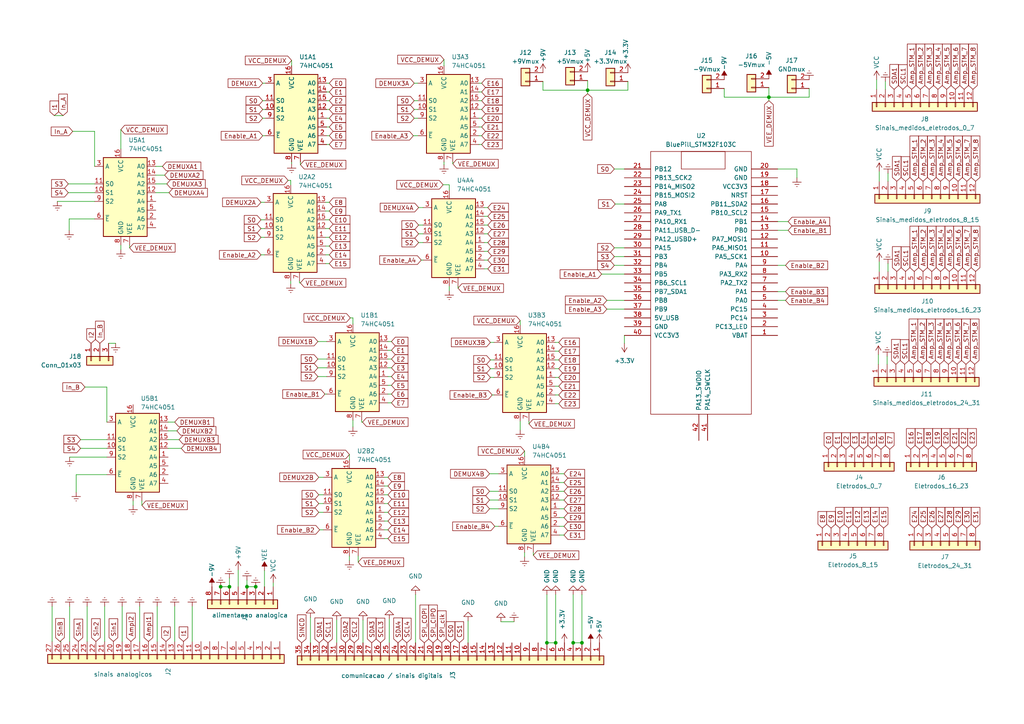
<source format=kicad_sch>
(kicad_sch (version 20230121) (generator eeschema)
  (paper "A4")
  (title_block (title "Barramento V04") (date "2024-02-05") (rev "v04") (company "EITduino") (comment 1 "Autor: Gustavo Pinheiro") (comment 2 "Barramento proposto para uma placa 90x100 mm") (comment 3 "Placa face dupla") (comment 4 "Pinos AGND e DGND") (comment 5 "capacitor 100nF ceramico") (comment 6 "capacitores uF tantalo"))
  (junction (at 66.5468 170.18))
  (junction (at 64.0068 170.18))
  (junction (at 170.434 26.162))
  (junction (at 74.1668 170.18))
  (junction (at 158.623 186.436))
  (junction (at 166.243 186.436))
  (junction (at 168.783 186.436))
  (junction (at 161.163 186.436))
  (junction (at 223.012 28.194))
  (junction (at 71.6268 170.18))
  (wire (pts (xy 141.478 70.358) (xy 140.462 70.358)))
  (wire (pts (xy 141.986 145.034) (xy 144.526 145.034)))
  (wire (pts (xy 113.538 116.84) (xy 112.522 116.84)))
  (wire (pts (xy 64.0068 170.18) (xy 66.5468 170.18)))
  (wire (pts (xy 163.576 155.194) (xy 162.306 155.194)))
  (wire (pts (xy 257.556 76.454) (xy 257.556 78.74)))
  (wire (pts (xy 35.052 37.592) (xy 35.052 43.18)))
  (wire (pts (xy 178.181 74.422) (xy 181.102 74.422)))
  (wire (pts (xy 163.576 145.034) (xy 162.306 145.034)))
  (wire (pts (xy 15.113 175.895) (xy 15.113 186.055)))
  (wire (pts (xy 150.876 92.964) (xy 150.876 94.234)))
  (wire (pts (xy 121.412 70.358) (xy 122.682 70.358)))
  (wire (pts (xy 231.14 51.562) (xy 231.14 49.022)))
  (wire (pts (xy 87.122 47.752) (xy 87.122 46.99)))
  (wire (pts (xy 102.362 92.202) (xy 101.6 92.202)))
  (wire (pts (xy 113.538 101.6) (xy 112.522 101.6)))
  (wire (pts (xy 120.142 34.29) (xy 121.158 34.29)))
  (wire (pts (xy 23.368 127.508) (xy 30.988 127.508)))
  (wire (pts (xy 255.016 75.946) (xy 255.016 78.74)))
  (wire (pts (xy 152.146 161.544) (xy 152.146 160.274)))
  (wire (pts (xy 76.2 34.29) (xy 76.962 34.29)))
  (wire (pts (xy 154.686 161.036) (xy 154.686 160.274)))
  (wire (pts (xy 145.288 180.34) (xy 149.098 180.34)))
  (wire (pts (xy 95.504 66.294) (xy 94.488 66.294)))
  (wire (pts (xy 113.538 104.14) (xy 112.522 104.14)))
  (wire (pts (xy 92.456 148.59) (xy 93.726 148.59)))
  (wire (pts (xy 112.522 156.21) (xy 111.506 156.21)))
  (wire (pts (xy 21.082 38.1) (xy 27.432 38.1)))
  (wire (pts (xy 141.478 65.278) (xy 140.462 65.278)))
  (wire (pts (xy 170.434 26.162) (xy 170.434 27.178)))
  (wire (pts (xy 162.052 114.554) (xy 161.036 114.554)))
  (wire (pts (xy 50.673 122.428) (xy 48.768 122.428)))
  (wire (pts (xy 128.778 47.752) (xy 128.778 46.99)))
  (wire (pts (xy 76.2 24.13) (xy 76.962 24.13)))
  (wire (pts (xy 69.0868 165.354) (xy 69.0868 170.18)))
  (wire (pts (xy 25.273 175.895) (xy 25.273 186.055)))
  (wire (pts (xy 158.623 172.466) (xy 158.623 186.436)))
  (wire (pts (xy 163.576 152.654) (xy 162.306 152.654)))
  (wire (pts (xy 35.052 72.39) (xy 35.052 71.12)))
  (wire (pts (xy 141.478 77.978) (xy 140.462 77.978)))
  (wire (pts (xy 162.052 112.014) (xy 161.036 112.014)))
  (wire (pts (xy 75.692 73.914) (xy 76.708 73.914)))
  (wire (pts (xy 141.478 75.438) (xy 140.462 75.438)))
  (wire (pts (xy 119.888 39.37) (xy 121.158 39.37)))
  (wire (pts (xy 95.504 41.91) (xy 94.742 41.91)))
  (wire (pts (xy 122.174 75.438) (xy 122.682 75.438)))
  (wire (pts (xy 20.066 63.5) (xy 27.432 63.5)))
  (wire (pts (xy 97.663 179.832) (xy 97.663 186.436)))
  (wire (pts (xy 227.838 76.962) (xy 225.552 76.962)))
  (wire (pts (xy 142.24 104.394) (xy 143.256 104.394)))
  (wire (pts (xy 162.052 99.314) (xy 161.036 99.314)))
  (wire (pts (xy 182.118 23.622) (xy 182.118 26.162)))
  (wire (pts (xy 113.538 109.22) (xy 112.522 109.22)))
  (wire (pts (xy 15.748 33.528) (xy 18.288 33.528)))
  (wire (pts (xy 141.478 60.198) (xy 140.462 60.198)))
  (wire (pts (xy 157.48 26.162) (xy 170.434 26.162)))
  (wire (pts (xy 111.506 148.59) (xy 112.522 148.59)))
  (wire (pts (xy 161.163 172.466) (xy 161.163 186.436)))
  (wire (pts (xy 130.302 55.118) (xy 130.302 53.594)))
  (wire (pts (xy 84.582 17.526) (xy 84.582 19.05)))
  (wire (pts (xy 71.6251 169.5) (xy 71.6268 169.5)))
  (wire (pts (xy 256.794 23.622) (xy 256.794 25.908)))
  (wire (pts (xy 20.193 175.895) (xy 20.193 186.055)))
  (wire (pts (xy 23.368 130.048) (xy 30.988 130.048)))
  (wire (pts (xy 223.012 28.194) (xy 223.012 29.21)))
  (wire (pts (xy 143.51 152.654) (xy 144.526 152.654)))
  (wire (pts (xy 95.504 76.454) (xy 94.488 76.454)))
  (wire (pts (xy 163.576 142.494) (xy 162.306 142.494)))
  (wire (pts (xy 138.938 26.67) (xy 139.7 26.67)))
  (wire (pts (xy 162.052 104.394) (xy 161.036 104.394)))
  (wire (pts (xy 228.6 64.262) (xy 225.552 64.262)))
  (wire (pts (xy 103.886 163.068) (xy 103.886 161.29)))
  (wire (pts (xy 50.673 175.895) (xy 50.673 186.055)))
  (wire (pts (xy 95.504 34.29) (xy 94.742 34.29)))
  (wire (pts (xy 16.637 58.42) (xy 27.432 58.42)))
  (wire (pts (xy 174.498 79.502) (xy 181.102 79.502)))
  (wire (pts (xy 84.328 52.324) (xy 83.566 52.324)))
  (wire (pts (xy 52.578 130.048) (xy 48.768 130.048)))
  (wire (pts (xy 92.456 143.51) (xy 93.726 143.51)))
  (wire (pts (xy 121.412 67.818) (xy 122.682 67.818)))
  (wire (pts (xy 92.202 106.68) (xy 94.742 106.68)))
  (wire (pts (xy 22.098 142.748) (xy 22.098 137.668)))
  (wire (pts (xy 71.6251 168.2886) (xy 71.6251 169.5)))
  (wire (pts (xy 162.052 117.094) (xy 161.036 117.094)))
  (wire (pts (xy 76.2 39.37) (xy 76.962 39.37)))
  (wire (pts (xy 141.478 67.818) (xy 140.462 67.818)))
  (wire (pts (xy 102.362 123.825) (xy 102.362 121.92)))
  (wire (pts (xy 95.504 73.914) (xy 94.488 73.914)))
  (wire (pts (xy 138.938 34.29) (xy 139.7 34.29)))
  (wire (pts (xy 112.522 138.43) (xy 111.506 138.43)))
  (wire (pts (xy 121.412 65.278) (xy 122.682 65.278)))
  (wire (pts (xy 223.012 28.194) (xy 223.012 25.4)))
  (wire (pts (xy 153.416 122.936) (xy 153.416 122.174)))
  (wire (pts (xy 92.71 153.67) (xy 93.726 153.67)))
  (wire (pts (xy 178.181 76.962) (xy 181.102 76.962)))
  (wire (pts (xy 66.5468 167.64) (xy 66.5468 170.18)))
  (wire (pts (xy 95.504 26.67) (xy 94.742 26.67)))
  (wire (pts (xy 20.193 132.588) (xy 30.988 132.588)))
  (wire (pts (xy 150.876 124.714) (xy 150.876 122.174)))
  (wire (pts (xy 101.346 162.56) (xy 101.346 161.29)))
  (wire (pts (xy 130.302 53.594) (xy 128.524 53.594)))
  (wire (pts (xy 105.156 122.428) (xy 104.902 122.428)))
  (wire (pts (xy 95.504 24.13) (xy 94.742 24.13)))
  (wire (pts (xy 131.318 47.498) (xy 131.318 46.99)))
  (wire (pts (xy 84.582 47.498) (xy 84.582 46.99)))
  (wire (pts (xy 120.142 29.21) (xy 121.158 29.21)))
  (wire (pts (xy 254.254 23.114) (xy 254.254 25.908)))
  (wire (pts (xy 138.938 29.21) (xy 139.7 29.21)))
  (wire (pts (xy 176.022 89.662) (xy 181.102 89.662)))
  (wire (pts (xy 49.022 55.88) (xy 45.212 55.88)))
  (wire (pts (xy 47.117 48.26) (xy 45.212 48.26)))
  (wire (pts (xy 19.812 53.34) (xy 27.432 53.34)))
  (wire (pts (xy 163.576 139.954) (xy 162.306 139.954)))
  (wire (pts (xy 157.48 26.162) (xy 157.48 23.622)))
  (wire (pts (xy 141.478 72.898) (xy 140.462 72.898)))
  (wire (pts (xy 104.902 122.428) (xy 104.902 121.92)))
  (wire (pts (xy 135.763 180.086) (xy 135.763 186.436)))
  (wire (pts (xy 142.24 106.934) (xy 143.256 106.934)))
  (wire (pts (xy 51.308 124.968) (xy 48.768 124.968)))
  (wire (pts (xy 41.148 146.558) (xy 41.148 145.288)))
  (wire (pts (xy 55.753 175.895) (xy 55.753 186.055)))
  (wire (pts (xy 132.842 83.566) (xy 132.842 83.058)))
  (wire (pts (xy 37.592 71.882) (xy 37.592 71.12)))
  (wire (pts (xy 112.522 146.05) (xy 111.506 146.05)))
  (wire (pts (xy 92.202 104.14) (xy 94.742 104.14)))
  (wire (pts (xy 76.707 165.4969) (xy 76.707 170.18)))
  (wire (pts (xy 141.478 62.738) (xy 140.462 62.738)))
  (wire (pts (xy 112.522 153.67) (xy 111.506 153.67)))
  (wire (pts (xy 101.346 131.826) (xy 101.346 133.35)))
  (wire (pts (xy 210.058 28.194) (xy 223.012 28.194)))
  (wire (pts (xy 76.2 29.21) (xy 76.962 29.21)))
  (wire (pts (xy 92.202 109.22) (xy 94.742 109.22)))
  (wire (pts (xy 95.504 36.83) (xy 94.742 36.83)))
  (wire (pts (xy 141.986 137.414) (xy 144.526 137.414)))
  (wire (pts (xy 121.412 60.198) (xy 122.682 60.198)))
  (wire (pts (xy 84.328 53.594) (xy 84.328 52.324)))
  (wire (pts (xy 223.012 28.194) (xy 234.696 28.194)))
  (wire (pts (xy 112.522 140.97) (xy 111.506 140.97)))
  (wire (pts (xy 76.707 170.18) (xy 76.7068 170.18)))
  (wire (pts (xy 27.432 38.1) (xy 27.432 48.26)))
  (wire (pts (xy 166.243 186.436) (xy 168.783 186.436)))
  (wire (pts (xy 71.6268 169.5) (xy 71.6268 170.18)))
  (wire (pts (xy 120.142 31.75) (xy 121.158 31.75)))
  (wire (pts (xy 94.234 114.3) (xy 94.742 114.3)))
  (wire (pts (xy 76.2 31.75) (xy 76.962 31.75)))
  (wire (pts (xy 141.986 142.494) (xy 144.526 142.494)))
  (wire (pts (xy 170.434 26.162) (xy 170.434 23.368)))
  (wire (pts (xy 75.692 66.294) (xy 76.708 66.294)))
  (wire (pts (xy 95.504 29.21) (xy 94.742 29.21)))
  (wire (pts (xy 35.433 175.895) (xy 35.433 186.055)))
  (wire (pts (xy 95.504 61.214) (xy 94.488 61.214)))
  (wire (pts (xy 75.692 58.674) (xy 76.708 58.674)))
  (wire (pts (xy 19.812 55.88) (xy 27.432 55.88)))
  (wire (pts (xy 162.052 109.474) (xy 161.036 109.474)))
  (wire (pts (xy 30.988 112.268) (xy 30.988 122.428)))
  (wire (pts (xy 162.052 106.934) (xy 161.036 106.934)))
  (wire (pts (xy 128.778 17.272) (xy 128.778 19.05)))
  (wire (pts (xy 142.24 99.314) (xy 143.256 99.314)))
  (wire (pts (xy 130.302 84.328) (xy 130.302 83.058)))
  (wire (pts (xy 166.243 172.466) (xy 166.243 186.436)))
  (wire (pts (xy 105.283 179.832) (xy 105.283 186.436)))
  (wire (pts (xy 113.538 114.3) (xy 112.522 114.3)))
  (wire (pts (xy 120.142 24.13) (xy 121.158 24.13)))
  (wire (pts (xy 75.692 68.834) (xy 76.708 68.834)))
  (wire (pts (xy 227.838 87.122) (xy 225.552 87.122)))
  (wire (pts (xy 112.522 151.13) (xy 111.506 151.13)))
  (wire (pts (xy 33.528 99.568) (xy 31.496 99.568)))
  (wire (pts (xy 138.938 24.13) (xy 139.7 24.13)))
  (wire (pts (xy 178.181 71.882) (xy 181.102 71.882)))
  (wire (pts (xy 163.576 150.114) (xy 162.306 150.114)))
  (wire (pts (xy 38.608 146.558) (xy 38.608 145.288)))
  (wire (pts (xy 79.248 169.073) (xy 79.248 170.18)))
  (wire (pts (xy 231.14 49.022) (xy 225.552 49.022)))
  (wire (pts (xy 113.538 111.76) (xy 112.522 111.76)))
  (wire (pts (xy 168.783 172.466) (xy 168.783 186.436)))
  (wire (pts (xy 79.2468 170.18) (xy 79.248 170.18)))
  (wire (pts (xy 178.181 49.022) (xy 181.102 49.022)))
  (wire (pts (xy 254.762 102.87) (xy 254.762 105.664)))
  (wire (pts (xy 162.052 101.854) (xy 161.036 101.854)))
  (wire (pts (xy 95.504 71.374) (xy 94.488 71.374)))
  (wire (pts (xy 92.456 146.05) (xy 93.726 146.05)))
  (wire (pts (xy 158.623 186.436) (xy 161.163 186.436)))
  (wire (pts (xy 17.653 186.055) (xy 17.399 186.055)))
  (wire (pts (xy 92.202 99.06) (xy 94.742 99.06)))
  (wire (pts (xy 87.122 82.042) (xy 86.868 82.042)))
  (wire (pts (xy 95.504 68.834) (xy 94.488 68.834)))
  (wire (pts (xy 24.638 112.268) (xy 30.988 112.268)))
  (wire (pts (xy 51.943 127.508) (xy 48.768 127.508)))
  (wire (pts (xy 152.146 130.81) (xy 152.146 132.334)))
  (wire (pts (xy 142.24 109.474) (xy 143.256 109.474)))
  (wire (pts (xy 112.522 143.51) (xy 111.506 143.51)))
  (wire (pts (xy 92.456 138.43) (xy 93.726 138.43)))
  (wire (pts (xy 48.387 53.34) (xy 45.212 53.34)))
  (wire (pts (xy 227.838 84.582) (xy 225.552 84.582)))
  (wire (pts (xy 22.098 137.668) (xy 30.988 137.668)))
  (wire (pts (xy 75.692 63.754) (xy 76.708 63.754)))
  (wire (pts (xy 138.938 36.83) (xy 139.7 36.83)))
  (wire (pts (xy 255.016 49.784) (xy 255.016 52.578)))
  (wire (pts (xy 95.504 31.75) (xy 94.742 31.75)))
  (wire (pts (xy 178.435 59.182) (xy 181.102 59.182)))
  (wire (pts (xy 141.986 147.574) (xy 144.526 147.574)))
  (wire (pts (xy 20.066 66.802) (xy 20.066 63.5)))
  (wire (pts (xy 210.058 28.194) (xy 210.058 25.654)))
  (wire (pts (xy 95.504 58.674) (xy 94.488 58.674)))
  (wire (pts (xy 47.752 50.8) (xy 45.212 50.8)))
  (wire (pts (xy 71.6268 170.18) (xy 74.1668 170.18)))
  (wire (pts (xy 257.556 50.292) (xy 257.556 52.578)))
  (wire (pts (xy 113.538 99.06) (xy 112.522 99.06)))
  (wire (pts (xy 86.868 82.042) (xy 86.868 81.534)))
  (wire (pts (xy 90.043 179.07) (xy 90.043 186.436)))
  (wire (pts (xy 138.938 41.91) (xy 139.7 41.91)))
  (wire (pts (xy 181.102 99.568) (xy 181.102 97.282)))
  (wire (pts (xy 234.696 25.654) (xy 234.696 28.194)))
  (wire (pts (xy 84.328 81.534) (xy 84.328 82.296)))
  (wire (pts (xy 95.504 63.754) (xy 94.488 63.754)))
  (wire (pts (xy 138.938 39.37) (xy 139.7 39.37)))
  (wire (pts (xy 113.538 106.68) (xy 112.522 106.68)))
  (wire (pts (xy 40.513 175.895) (xy 40.513 186.055)))
  (wire (pts (xy 112.903 179.578) (xy 112.903 186.436)))
  (wire (pts (xy 170.434 26.162) (xy 182.118 26.162)))
  (wire (pts (xy 95.504 39.37) (xy 94.742 39.37)))
  (wire (pts (xy 30.353 175.895) (xy 30.353 186.055)))
  (wire (pts (xy 163.576 137.414) (xy 162.306 137.414)))
  (wire (pts (xy 138.938 31.75) (xy 139.7 31.75)))
  (wire (pts (xy 120.523 172.466) (xy 120.523 186.436)))
  (wire (pts (xy 163.576 147.574) (xy 162.306 147.574)))
  (wire (pts (xy 142.748 114.554) (xy 143.256 114.554)))
  (wire (pts (xy 45.593 175.895) (xy 45.593 186.055)))
  (wire (pts (xy 257.302 103.378) (xy 257.302 105.664)))
  (wire (pts (xy 176.022 87.122) (xy 181.102 87.122)))
  (wire (pts (xy 102.362 93.98) (xy 102.362 92.202)))
  (wire (pts (xy 228.6 66.802) (xy 225.552 66.802)))
  (global_label "E10" (shape input) (at 95.504 63.754 0) (property "Intersheetrefs" "${INTERSHEET_REFS}" (effects hide)))
  (global_label "Amp_STM_5" (shape input) (at 275.082 105.664 90) (property "Intersheetrefs" "${INTERSHEET_REFS}" (effects hide)))
  (global_label "S0" (shape input) (at 120.142 29.21 180) (property "Intersheetrefs" "${INTERSHEET_REFS}" (effects hide)))
  (global_label "SCL1" (shape input) (at 262.382 105.664 90) (property "Intersheetrefs" "${INTERSHEET_REFS}" (effects hide)))
  (global_label "E8" (shape input) (at 238.506 153.162 90) (property "Intersheetrefs" "${INTERSHEET_REFS}" (effects hide)))
  (global_label "VEE_DEMUX" (shape input) (at 223.012 29.21 270) (property "Intersheetrefs" "${INTERSHEET_REFS}" (effects hide)))
  (global_label "E16" (shape input) (at 139.7 24.13 0) (property "Intersheetrefs" "${INTERSHEET_REFS}" (effects hide)))
  (global_label "S2" (shape input) (at 75.692 68.834 180) (property "Intersheetrefs" "${INTERSHEET_REFS}" (effects hide)))
  (global_label "Amp_STM_4" (shape input) (at 272.034 25.908 90) (property "Intersheetrefs" "${INTERSHEET_REFS}" (effects hide)))
  (global_label "E21" (shape input) (at 276.86 130.302 90) (property "Intersheetrefs" "${INTERSHEET_REFS}" (effects hide)))
  (global_label "Amp_STM_3" (shape input) (at 270.256 52.578 90) (property "Intersheetrefs" "${INTERSHEET_REFS}" (effects hide)))
  (global_label "S4" (shape input) (at 178.181 76.962 180) (property "Intersheetrefs" "${INTERSHEET_REFS}" (effects hide)))
  (global_label "SPI_clk" (shape input) (at 128.143 186.436 90) (property "Intersheetrefs" "${INTERSHEET_REFS}" (effects hide)))
  (global_label "E11" (shape input) (at 112.522 146.05 0) (property "Intersheetrefs" "${INTERSHEET_REFS}" (effects hide)))
  (global_label "I1" (shape input) (at 53.213 186.055 90) (property "Intersheetrefs" "${INTERSHEET_REFS}" (effects hide)))
  (global_label "E2" (shape input) (at 245.364 130.302 90) (property "Intersheetrefs" "${INTERSHEET_REFS}" (effects hide)))
  (global_label "Amp_STM_1" (shape input) (at 264.922 105.664 90) (property "Intersheetrefs" "${INTERSHEET_REFS}" (effects hide)))
  (global_label "E20" (shape input) (at 139.7 34.29 0) (property "Intersheetrefs" "${INTERSHEET_REFS}" (effects hide)))
  (global_label "VEE_DEMUX" (shape input) (at 131.318 47.498 0) (property "Intersheetrefs" "${INTERSHEET_REFS}" (effects hide)))
  (global_label "S4" (shape input) (at 19.812 55.88 180) (property "Intersheetrefs" "${INTERSHEET_REFS}" (effects hide)))
  (global_label "DEMUXA3" (shape input) (at 48.387 53.34 0) (property "Intersheetrefs" "${INTERSHEET_REFS}" (effects hide)))
  (global_label "E18" (shape input) (at 162.052 104.394 0) (property "Intersheetrefs" "${INTERSHEET_REFS}" (effects hide)))
  (global_label "Enable_A1" (shape input) (at 76.2 39.37 180) (property "Intersheetrefs" "${INTERSHEET_REFS}" (effects hide)))
  (global_label "S0" (shape input) (at 92.456 143.51 180) (property "Intersheetrefs" "${INTERSHEET_REFS}" (effects hide)))
  (global_label "E15" (shape input) (at 112.522 156.21 0) (property "Intersheetrefs" "${INTERSHEET_REFS}" (effects hide)))
  (global_label "E17" (shape input) (at 139.7 26.67 0) (property "Intersheetrefs" "${INTERSHEET_REFS}" (effects hide)))
  (global_label "SDA3" (shape input) (at 107.823 186.436 90) (property "Intersheetrefs" "${INTERSHEET_REFS}" (effects hide)))
  (global_label "E19" (shape input) (at 162.052 106.934 0) (property "Intersheetrefs" "${INTERSHEET_REFS}" (effects hide)))
  (global_label "DEMUX1B" (shape input) (at 92.202 99.06 180) (property "Intersheetrefs" "${INTERSHEET_REFS}" (effects hide)))
  (global_label "Amp_STM_5" (shape input) (at 274.574 25.908 90) (property "Intersheetrefs" "${INTERSHEET_REFS}" (effects hide)))
  (global_label "DEMUX4A" (shape input) (at 121.412 60.198 180) (property "Intersheetrefs" "${INTERSHEET_REFS}" (effects hide)))
  (global_label "CS1" (shape input) (at 133.223 186.436 90) (property "Intersheetrefs" "${INTERSHEET_REFS}" (effects hide)))
  (global_label "E31" (shape input) (at 282.956 153.162 90) (property "Intersheetrefs" "${INTERSHEET_REFS}" (effects hide)))
  (global_label "SDA2" (shape input) (at 100.203 186.436 90) (property "Intersheetrefs" "${INTERSHEET_REFS}" (effects hide)))
  (global_label "S1" (shape input) (at 121.412 67.818 180) (property "Intersheetrefs" "${INTERSHEET_REFS}" (effects hide)))
  (global_label "DEMUX4B" (shape input) (at 141.986 137.414 180) (property "Intersheetrefs" "${INTERSHEET_REFS}" (effects hide)))
  (global_label "E27" (shape input) (at 141.478 67.818 0) (property "Intersheetrefs" "${INTERSHEET_REFS}" (effects hide)))
  (global_label "E1" (shape input) (at 242.824 130.302 90) (property "Intersheetrefs" "${INTERSHEET_REFS}" (effects hide)))
  (global_label "E7" (shape input) (at 113.538 116.84 0) (property "Intersheetrefs" "${INTERSHEET_REFS}" (effects hide)))
  (global_label "DEMUXA1" (shape input) (at 47.117 48.26 0) (property "Intersheetrefs" "${INTERSHEET_REFS}" (effects hide)))
  (global_label "Amp_STM_5" (shape input) (at 275.336 52.578 90) (property "Intersheetrefs" "${INTERSHEET_REFS}" (effects hide)))
  (global_label "E1" (shape input) (at 95.504 26.67 0) (property "Intersheetrefs" "${INTERSHEET_REFS}" (effects hide)))
  (global_label "DEMUXB2" (shape input) (at 51.308 124.968 0) (property "Intersheetrefs" "${INTERSHEET_REFS}" (effects hide)))
  (global_label "Ampl1" (shape input) (at 43.053 186.055 90) (property "Intersheetrefs" "${INTERSHEET_REFS}" (effects hide)))
  (global_label "E9" (shape input) (at 241.046 153.162 90) (property "Intersheetrefs" "${INTERSHEET_REFS}" (effects hide)))
  (global_label "S1" (shape input) (at 76.2 31.75 180) (property "Intersheetrefs" "${INTERSHEET_REFS}" (effects hide)))
  (global_label "SDA1" (shape input) (at 92.583 186.436 90) (property "Intersheetrefs" "${INTERSHEET_REFS}" (effects hide)))
  (global_label "S1" (shape input) (at 75.692 66.294 180) (property "Intersheetrefs" "${INTERSHEET_REFS}" (effects hide)))
  (global_label "VCC_DEMUX" (shape input) (at 170.434 27.178 270) (property "Intersheetrefs" "${INTERSHEET_REFS}" (effects hide)))
  (global_label "Enable_B2" (shape input) (at 92.71 153.67 180) (property "Intersheetrefs" "${INTERSHEET_REFS}" (effects hide)))
  (global_label "VCC_DEMUX" (shape input) (at 101.6 92.202 180) (property "Intersheetrefs" "${INTERSHEET_REFS}" (effects hide)))
  (global_label "SDA1" (shape input) (at 260.096 52.578 90) (property "Intersheetrefs" "${INTERSHEET_REFS}" (effects hide)))
  (global_label "Amp_STM_7" (shape input) (at 279.654 25.908 90) (property "Intersheetrefs" "${INTERSHEET_REFS}" (effects hide)))
  (global_label "E21" (shape input) (at 139.7 36.83 0) (property "Intersheetrefs" "${INTERSHEET_REFS}" (effects hide)))
  (global_label "S0" (shape input) (at 75.692 63.754 180) (property "Intersheetrefs" "${INTERSHEET_REFS}" (effects hide)))
  (global_label "DEMUXB1" (shape input) (at 50.673 122.428 0) (property "Intersheetrefs" "${INTERSHEET_REFS}" (effects hide)))
  (global_label "S0" (shape input) (at 76.2 29.21 180) (property "Intersheetrefs" "${INTERSHEET_REFS}" (effects hide)))
  (global_label "VCC_DEMUX" (shape input) (at 83.566 52.324 180) (property "Intersheetrefs" "${INTERSHEET_REFS}" (effects hide)))
  (global_label "S2" (shape input) (at 76.2 34.29 180) (property "Intersheetrefs" "${INTERSHEET_REFS}" (effects hide)))
  (global_label "E0" (shape input) (at 95.504 24.13 0) (property "Intersheetrefs" "${INTERSHEET_REFS}" (effects hide)))
  (global_label "S3" (shape input) (at 178.181 74.422 180) (property "Intersheetrefs" "${INTERSHEET_REFS}" (effects hide)))
  (global_label "E2" (shape input) (at 113.538 104.14 0) (property "Intersheetrefs" "${INTERSHEET_REFS}" (effects hide)))
  (global_label "E15" (shape input) (at 95.504 76.454 0) (property "Intersheetrefs" "${INTERSHEET_REFS}" (effects hide)))
  (global_label "VCC_DEMUX" (shape input) (at 152.146 130.81 180) (property "Intersheetrefs" "${INTERSHEET_REFS}" (effects hide)))
  (global_label "E11" (shape input) (at 95.504 66.294 0) (property "Intersheetrefs" "${INTERSHEET_REFS}" (effects hide)))
  (global_label "VCC_DEMUX" (shape input) (at 150.876 92.964 180) (property "Intersheetrefs" "${INTERSHEET_REFS}" (effects hide)))
  (global_label "E13" (shape input) (at 112.522 151.13 0) (property "Intersheetrefs" "${INTERSHEET_REFS}" (effects hide)))
  (global_label "SCL1" (shape input) (at 261.874 25.908 90) (property "Intersheetrefs" "${INTERSHEET_REFS}" (effects hide)))
  (global_label "E4" (shape input) (at 95.504 34.29 0) (property "Intersheetrefs" "${INTERSHEET_REFS}" (effects hide)))
  (global_label "DEMUXA2" (shape input) (at 47.752 50.8 0) (property "Intersheetrefs" "${INTERSHEET_REFS}" (effects hide)))
  (global_label "E7" (shape input) (at 258.064 130.302 90) (property "Intersheetrefs" "${INTERSHEET_REFS}" (effects hide)))
  (global_label "S0" (shape input) (at 92.202 104.14 180) (property "Intersheetrefs" "${INTERSHEET_REFS}" (effects hide)))
  (global_label "Amp_STM_2" (shape input) (at 266.954 25.908 90) (property "Intersheetrefs" "${INTERSHEET_REFS}" (effects hide)))
  (global_label "Amp_STM_1" (shape input) (at 265.176 52.578 90) (property "Intersheetrefs" "${INTERSHEET_REFS}" (effects hide)))
  (global_label "E4" (shape input) (at 250.444 130.302 90) (property "Intersheetrefs" "${INTERSHEET_REFS}" (effects hide)))
  (global_label "E6" (shape input) (at 95.504 39.37 0) (property "Intersheetrefs" "${INTERSHEET_REFS}" (effects hide)))
  (global_label "E25" (shape input) (at 163.576 139.954 0) (property "Intersheetrefs" "${INTERSHEET_REFS}" (effects hide)))
  (global_label "E5" (shape input) (at 113.538 111.76 0) (property "Intersheetrefs" "${INTERSHEET_REFS}" (effects hide)))
  (global_label "E24" (shape input) (at 141.478 60.198 0) (property "Intersheetrefs" "${INTERSHEET_REFS}" (effects hide)))
  (global_label "E5" (shape input) (at 252.984 130.302 90) (property "Intersheetrefs" "${INTERSHEET_REFS}" (effects hide)))
  (global_label "E19" (shape input) (at 271.78 130.302 90) (property "Intersheetrefs" "${INTERSHEET_REFS}" (effects hide)))
  (global_label "E29" (shape input) (at 141.478 72.898 0) (property "Intersheetrefs" "${INTERSHEET_REFS}" (effects hide)))
  (global_label "Ampl2" (shape input) (at 37.973 186.055 90) (property "Intersheetrefs" "${INTERSHEET_REFS}" (effects hide)))
  (global_label "In_A" (shape input) (at 21.082 38.1 180) (property "Intersheetrefs" "${INTERSHEET_REFS}" (effects hide)))
  (global_label "Enable_A4" (shape input) (at 228.6 64.262 0) (property "Intersheetrefs" "${INTERSHEET_REFS}" (effects hide)))
  (global_label "Amp_STM_3" (shape input) (at 270.002 105.664 90) (property "Intersheetrefs" "${INTERSHEET_REFS}" (effects hide)))
  (global_label "Amp_STM_8" (shape input) (at 282.194 25.908 90) (property "Intersheetrefs" "${INTERSHEET_REFS}" (effects hide)))
  (global_label "S1" (shape input) (at 92.456 146.05 180) (property "Intersheetrefs" "${INTERSHEET_REFS}" (effects hide)))
  (global_label "VEE_DEMUX" (shape input) (at 87.122 47.752 0) (property "Intersheetrefs" "${INTERSHEET_REFS}" (effects hide)))
  (global_label "E21" (shape input) (at 162.052 112.014 0) (property "Intersheetrefs" "${INTERSHEET_REFS}" (effects hide)))
  (global_label "E17" (shape input) (at 266.7 130.302 90) (property "Intersheetrefs" "${INTERSHEET_REFS}" (effects hide)))
  (global_label "S2" (shape input) (at 121.412 70.358 180) (property "Intersheetrefs" "${INTERSHEET_REFS}" (effects hide)))
  (global_label "SCL1" (shape input) (at 262.636 52.578 90) (property "Intersheetrefs" "${INTERSHEET_REFS}" (effects hide)))
  (global_label "E22" (shape input) (at 279.4 130.302 90) (property "Intersheetrefs" "${INTERSHEET_REFS}" (effects hide)))
  (global_label "DEMUXA4" (shape input) (at 49.022 55.88 0) (property "Intersheetrefs" "${INTERSHEET_REFS}" (effects hide)))
  (global_label "Enable_A3" (shape input) (at 176.022 89.662 180) (property "Intersheetrefs" "${INTERSHEET_REFS}" (effects hide)))
  (global_label "VCC_DEMUX" (shape input) (at 84.582 17.526 180) (property "Intersheetrefs" "${INTERSHEET_REFS}" (effects hide)))
  (global_label "E25" (shape input) (at 267.716 153.162 90) (property "Intersheetrefs" "${INTERSHEET_REFS}" (effects hide)))
  (global_label "E17" (shape input) (at 162.052 101.854 0) (property "Intersheetrefs" "${INTERSHEET_REFS}" (effects hide)))
  (global_label "E29" (shape input) (at 277.876 153.162 90) (property "Intersheetrefs" "${INTERSHEET_REFS}" (effects hide)))
  (global_label "S1" (shape input) (at 141.986 145.034 180) (property "Intersheetrefs" "${INTERSHEET_REFS}" (effects hide)))
  (global_label "E3" (shape input) (at 247.904 130.302 90) (property "Intersheetrefs" "${INTERSHEET_REFS}" (effects hide)))
  (global_label "SCL1" (shape input) (at 262.636 78.74 90) (property "Intersheetrefs" "${INTERSHEET_REFS}" (effects hide)))
  (global_label "Enable_A2" (shape input) (at 176.022 87.122 180) (property "Intersheetrefs" "${INTERSHEET_REFS}" (effects hide)))
  (global_label "E14" (shape input) (at 112.522 153.67 0) (property "Intersheetrefs" "${INTERSHEET_REFS}" (effects hide)))
  (global_label "E27" (shape input) (at 163.576 145.034 0) (property "Intersheetrefs" "${INTERSHEET_REFS}" (effects hide)))
  (global_label "SCL2" (shape input) (at 102.743 186.436 90) (property "Intersheetrefs" "${INTERSHEET_REFS}" (effects hide)))
  (global_label "E26" (shape input) (at 163.576 142.494 0) (property "Intersheetrefs" "${INTERSHEET_REFS}" (effects hide)))
  (global_label "E7" (shape input) (at 95.504 41.91 0) (property "Intersheetrefs" "${INTERSHEET_REFS}" (effects hide)))
  (global_label "E14" (shape input) (at 253.746 153.162 90) (property "Intersheetrefs" "${INTERSHEET_REFS}" (effects hide)))
  (global_label "SCL3" (shape input) (at 110.363 186.436 90) (property "Intersheetrefs" "${INTERSHEET_REFS}" (effects hide)))
  (global_label "E18" (shape input) (at 139.7 29.21 0) (property "Intersheetrefs" "${INTERSHEET_REFS}" (effects hide)))
  (global_label "E24" (shape input) (at 265.176 153.162 90) (property "Intersheetrefs" "${INTERSHEET_REFS}" (effects hide)))
  (global_label "Sin2" (shape input) (at 27.813 186.055 90) (property "Intersheetrefs" "${INTERSHEET_REFS}" (effects hide)))
  (global_label "S1" (shape input) (at 120.142 31.75 180) (property "Intersheetrefs" "${INTERSHEET_REFS}" (effects hide)))
  (global_label "VEE_DEMUX" (shape input) (at 103.886 163.068 0) (property "Intersheetrefs" "${INTERSHEET_REFS}" (effects hide)))
  (global_label "DEMUXB3" (shape input) (at 51.943 127.508 0) (property "Intersheetrefs" "${INTERSHEET_REFS}" (effects hide)))
  (global_label "E10" (shape input) (at 243.586 153.162 90) (property "Intersheetrefs" "${INTERSHEET_REFS}" (effects hide)))
  (global_label "E2" (shape input) (at 95.504 29.21 0) (property "Intersheetrefs" "${INTERSHEET_REFS}" (effects hide)))
  (global_label "S0" (shape input) (at 121.412 65.278 180) (property "Intersheetrefs" "${INTERSHEET_REFS}" (effects hide)))
  (global_label "E23" (shape input) (at 162.052 117.094 0) (property "Intersheetrefs" "${INTERSHEET_REFS}" (effects hide)))
  (global_label "Amp_STM_6" (shape input) (at 277.114 25.908 90) (property "Intersheetrefs" "${INTERSHEET_REFS}" (effects hide)))
  (global_label "DEMUX1" (shape input) (at 76.2 24.13 180) (property "Intersheetrefs" "${INTERSHEET_REFS}" (effects hide)))
  (global_label "SCL4" (shape input) (at 117.983 186.436 90) (property "Intersheetrefs" "${INTERSHEET_REFS}" (effects hide)))
  (global_label "E12" (shape input) (at 248.666 153.162 90) (property "Intersheetrefs" "${INTERSHEET_REFS}" (effects hide)))
  (global_label "E16" (shape input) (at 162.052 99.314 0) (property "Intersheetrefs" "${INTERSHEET_REFS}" (effects hide)))
  (global_label "E24" (shape input) (at 163.576 137.414 0) (property "Intersheetrefs" "${INTERSHEET_REFS}" (effects hide)))
  (global_label "SPI_CIPO" (shape input) (at 125.603 186.436 90) (property "Intersheetrefs" "${INTERSHEET_REFS}" (effects hide)))
  (global_label "DEMUX2B" (shape input) (at 92.456 138.43 180) (property "Intersheetrefs" "${INTERSHEET_REFS}" (effects hide)))
  (global_label "E20" (shape input) (at 274.32 130.302 90) (property "Intersheetrefs" "${INTERSHEET_REFS}" (effects hide)))
  (global_label "VEE_DEMUX" (shape input) (at 132.842 83.566 0) (property "Intersheetrefs" "${INTERSHEET_REFS}" (effects hide)))
  (global_label "E12" (shape input) (at 112.522 148.59 0) (property "Intersheetrefs" "${INTERSHEET_REFS}" (effects hide)))
  (global_label "SinA" (shape input) (at 22.733 186.055 90) (property "Intersheetrefs" "${INTERSHEET_REFS}" (effects hide)))
  (global_label "Enable_A2" (shape input) (at 75.692 73.914 180) (property "Intersheetrefs" "${INTERSHEET_REFS}" (effects hide)))
  (global_label "E28" (shape input) (at 141.478 70.358 0) (property "Intersheetrefs" "${INTERSHEET_REFS}" (effects hide)))
  (global_label "VEE_DEMUX" (shape input) (at 87.122 82.042 0) (property "Intersheetrefs" "${INTERSHEET_REFS}" (effects hide)))
  (global_label "Amp_STM_7" (shape input) (at 280.162 105.664 90) (property "Intersheetrefs" "${INTERSHEET_REFS}" (effects hide)))
  (global_label "SINCD" (shape input) (at 87.503 186.436 90) (property "Intersheetrefs" "${INTERSHEET_REFS}" (effects hide)))
  (global_label "E30" (shape input) (at 163.576 152.654 0) (property "Intersheetrefs" "${INTERSHEET_REFS}" (effects hide)))
  (global_label "Amp_STM_4" (shape input) (at 272.796 78.74 90) (property "Intersheetrefs" "${INTERSHEET_REFS}" (effects hide)))
  (global_label "E0" (shape input) (at 240.284 130.302 90) (property "Intersheetrefs" "${INTERSHEET_REFS}" (effects hide)))
  (global_label "E22" (shape input) (at 162.052 114.554 0) (property "Intersheetrefs" "${INTERSHEET_REFS}" (effects hide)))
  (global_label "E15" (shape input) (at 256.286 153.162 90) (property "Intersheetrefs" "${INTERSHEET_REFS}" (effects hide)))
  (global_label "I2" (shape input) (at 26.416 99.568 90) (property "Intersheetrefs" "${INTERSHEET_REFS}" (effects hide)))
  (global_label "S0" (shape input) (at 141.986 142.494 180) (property "Intersheetrefs" "${INTERSHEET_REFS}" (effects hide)))
  (global_label "Enable_A1" (shape input) (at 174.498 79.502 180) (property "Intersheetrefs" "${INTERSHEET_REFS}" (effects hide)))
  (global_label "S3" (shape input) (at 19.812 53.34 180) (property "Intersheetrefs" "${INTERSHEET_REFS}" (effects hide)))
  (global_label "E22" (shape input) (at 139.7 39.37 0) (property "Intersheetrefs" "${INTERSHEET_REFS}" (effects hide)))
  (global_label "In_B" (shape input) (at 24.638 112.268 180) (property "Intersheetrefs" "${INTERSHEET_REFS}" (effects hide)))
  (global_label "Enable_B2" (shape input) (at 227.838 76.962 0) (property "Intersheetrefs" "${INTERSHEET_REFS}" (effects hide)))
  (global_label "Amp_STM_7" (shape input) (at 280.416 52.578 90) (property "Intersheetrefs" "${INTERSHEET_REFS}" (effects hide)))
  (global_label "DEMUX3A" (shape input) (at 120.142 24.13 180) (property "Intersheetrefs" "${INTERSHEET_REFS}" (effects hide)))
  (global_label "S4" (shape input) (at 23.368 130.048 180) (property "Intersheetrefs" "${INTERSHEET_REFS}" (effects hide)))
  (global_label "VCC_DEMUX" (shape input) (at 35.052 37.592 0) (property "Intersheetrefs" "${INTERSHEET_REFS}" (effects hide)))
  (global_label "I2" (shape input) (at 48.133 186.055 90) (property "Intersheetrefs" "${INTERSHEET_REFS}" (effects hide)))
  (global_label "Amp_STM_4" (shape input) (at 272.796 52.578 90) (property "Intersheetrefs" "${INTERSHEET_REFS}" (effects hide)))
  (global_label "Amp_STM_8" (shape input) (at 282.956 52.578 90) (property "Intersheetrefs" "${INTERSHEET_REFS}" (effects hide)))
  (global_label "DEMUXB4" (shape input) (at 52.578 130.048 0) (property "Intersheetrefs" "${INTERSHEET_REFS}" (effects hide)))
  (global_label "E26" (shape input) (at 141.478 65.278 0) (property "Intersheetrefs" "${INTERSHEET_REFS}" (effects hide)))
  (global_label "Amp_STM_6" (shape input) (at 277.876 52.578 90) (property "Intersheetrefs" "${INTERSHEET_REFS}" (effects hide)))
  (global_label "E6" (shape input) (at 113.538 114.3 0) (property "Intersheetrefs" "${INTERSHEET_REFS}" (effects hide)))
  (global_label "VCC_DEMUX" (shape input) (at 128.778 17.272 180) (property "Intersheetrefs" "${INTERSHEET_REFS}" (effects hide)))
  (global_label "S0" (shape input) (at 142.24 104.394 180) (property "Intersheetrefs" "${INTERSHEET_REFS}" (effects hide)))
  (global_label "Amp_STM_7" (shape input) (at 280.416 78.74 90) (property "Intersheetrefs" "${INTERSHEET_REFS}" (effects hide)))
  (global_label "E19" (shape input) (at 139.7 31.75 0) (property "Intersheetrefs" "${INTERSHEET_REFS}" (effects hide)))
  (global_label "SDA1" (shape input) (at 259.842 105.664 90) (property "Intersheetrefs" "${INTERSHEET_REFS}" (effects hide)))
  (global_label "Enable_B3" (shape input) (at 227.838 84.582 0) (property "Intersheetrefs" "${INTERSHEET_REFS}" (effects hide)))
  (global_label "SDA1" (shape input) (at 259.334 25.908 90) (property "Intersheetrefs" "${INTERSHEET_REFS}" (effects hide)))
  (global_label "S2" (shape input) (at 141.986 147.574 180) (property "Intersheetrefs" "${INTERSHEET_REFS}" (effects hide)))
  (global_label "Amp_STM_5" (shape input) (at 275.336 78.74 90) (property "Intersheetrefs" "${INTERSHEET_REFS}" (effects hide)))
  (global_label "VEE_DEMUX" (shape input) (at 105.156 122.428 0) (property "Intersheetrefs" "${INTERSHEET_REFS}" (effects hide)))
  (global_label "Amp_STM_8" (shape input) (at 282.956 78.74 90) (property "Intersheetrefs" "${INTERSHEET_REFS}" (effects hide)))
  (global_label "Enable_B3" (shape input) (at 142.748 114.554 180) (property "Intersheetrefs" "${INTERSHEET_REFS}" (effects hide)))
  (global_label "S3" (shape input) (at 23.368 127.508 180) (property "Intersheetrefs" "${INTERSHEET_REFS}" (effects hide)))
  (global_label "E16" (shape input) (at 264.16 130.302 90) (property "Intersheetrefs" "${INTERSHEET_REFS}" (effects hide)))
  (global_label "Enable_A4" (shape input) (at 122.174 75.438 180) (property "Intersheetrefs" "${INTERSHEET_REFS}" (effects hide)))
  (global_label "CS0" (shape input) (at 130.683 186.436 90) (property "Intersheetrefs" "${INTERSHEET_REFS}" (effects hide)))
  (global_label "S1" (shape input) (at 178.435 59.182 180) (property "Intersheetrefs" "${INTERSHEET_REFS}" (effects hide)))
  (global_label "E14" (shape input) (at 95.504 73.914 0) (property "Intersheetrefs" "${INTERSHEET_REFS}" (effects hide)))
  (global_label "Amp_STM_2" (shape input) (at 267.716 52.578 90) (property "Intersheetrefs" "${INTERSHEET_REFS}" (effects hide)))
  (global_label "VCC_DEMUX" (shape input) (at 128.524 53.594 180) (property "Intersheetrefs" "${INTERSHEET_REFS}" (effects hide)))
  (global_label "E28" (shape input) (at 275.336 153.162 90) (property "Intersheetrefs" "${INTERSHEET_REFS}" (effects hide)))
  (global_label "In_A" (shape input) (at 18.288 33.528 90) (property "Intersheetrefs" "${INTERSHEET_REFS}" (effects hide)))
  (global_label "In_B" (shape input) (at 28.956 99.568 90) (property "Intersheetrefs" "${INTERSHEET_REFS}" (effects hide)))
  (global_label "Amp_STM_6" (shape input) (at 277.876 78.74 90) (property "Intersheetrefs" "${INTERSHEET_REFS}" (effects hide)))
  (global_label "I1" (shape input) (at 15.748 33.528 90) (property "Intersheetrefs" "${INTERSHEET_REFS}" (effects hide)))
  (global_label "VCC_DEMUX" (shape input) (at 101.346 131.826 180) (property "Intersheetrefs" "${INTERSHEET_REFS}" (effects hide)))
  (global_label "SinB" (shape input) (at 17.399 186.055 90) (property "Intersheetrefs" "${INTERSHEET_REFS}" (effects hide)))
  (global_label "VEE_DEMUX" (shape input) (at 37.592 71.882 0) (property "Intersheetrefs" "${INTERSHEET_REFS}" (effects hide)))
  (global_label "S2" (shape input) (at 92.202 109.22 180) (property "Intersheetrefs" "${INTERSHEET_REFS}" (effects hide)))
  (global_label "E25" (shape input) (at 141.478 62.738 0) (property "Intersheetrefs" "${INTERSHEET_REFS}" (effects hide)))
  (global_label "Sin1" (shape input) (at 32.893 186.055 90) (property "Intersheetrefs" "${INTERSHEET_REFS}" (effects hide)))
  (global_label "Enable_B1" (shape input) (at 94.234 114.3 180) (property "Intersheetrefs" "${INTERSHEET_REFS}" (effects hide)))
  (global_label "E9" (shape input) (at 95.504 61.214 0) (property "Intersheetrefs" "${INTERSHEET_REFS}" (effects hide)))
  (global_label "DEMUX3B" (shape input) (at 142.24 99.314 180) (property "Intersheetrefs" "${INTERSHEET_REFS}" (effects hide)))
  (global_label "Enable_B1" (shape input) (at 228.6 66.802 0) (property "Intersheetrefs" "${INTERSHEET_REFS}" (effects hide)))
  (global_label "E13" (shape input) (at 95.504 71.374 0) (property "Intersheetrefs" "${INTERSHEET_REFS}" (effects hide)))
  (global_label "E12" (shape input) (at 95.504 68.834 0) (property "Intersheetrefs" "${INTERSHEET_REFS}" (effects hide)))
  (global_label "SCL1" (shape input) (at 95.123 186.436 90) (property "Intersheetrefs" "${INTERSHEET_REFS}" (effects hide)))
  (global_label "S2" (shape input) (at 178.181 71.882 180) (property "Intersheetrefs" "${INTERSHEET_REFS}" (effects hide)))
  (global_label "VEE_DEMUX" (shape input) (at 153.416 122.936 0) (property "Intersheetrefs" "${INTERSHEET_REFS}" (effects hide)))
  (global_label "E26" (shape input) (at 270.256 153.162 90) (property "Intersheetrefs" "${INTERSHEET_REFS}" (effects hide)))
  (global_label "E3" (shape input) (at 95.504 31.75 0) (property "Intersheetrefs" "${INTERSHEET_REFS}" (effects hide)))
  (global_label "Enable_B4" (shape input) (at 227.838 87.122 0) (property "Intersheetrefs" "${INTERSHEET_REFS}" (effects hide)))
  (global_label "Amp_STM_2" (shape input) (at 267.462 105.664 90) (property "Intersheetrefs" "${INTERSHEET_REFS}" (effects hide)))
  (global_label "DEMUX2A" (shape input) (at 75.692 58.674 180) (property "Intersheetrefs" "${INTERSHEET_REFS}" (effects hide)))
  (global_label "S1" (shape input) (at 92.202 106.68 180) (property "Intersheetrefs" "${INTERSHEET_REFS}" (effects hide)))
  (global_label "E5" (shape input) (at 95.504 36.83 0) (property "Intersheetrefs" "${INTERSHEET_REFS}" (effects hide)))
  (global_label "Enable_B4" (shape input) (at 143.51 152.654 180) (property "Intersheetrefs" "${INTERSHEET_REFS}" (effects hide)))
  (global_label "E3" (shape input) (at 113.538 106.68 0) (property "Intersheetrefs" "${INTERSHEET_REFS}" (effects hide)))
  (global_label "SDA1" (shape input) (at 260.096 78.74 90) (property "Intersheetrefs" "${INTERSHEET_REFS}" (effects hide)))
  (global_label "Enable_A3" (shape input) (at 119.888 39.37 180) (property "Intersheetrefs" "${INTERSHEET_REFS}" (effects hide)))
  (global_label "VEE_DEMUX" (shape input) (at 154.686 161.036 0) (property "Intersheetrefs" "${INTERSHEET_REFS}" (effects hide)))
  (global_label "Amp_STM_2" (shape input) (at 267.716 78.74 90) (property "Intersheetrefs" "${INTERSHEET_REFS}" (effects hide)))
  (global_label "E10" (shape input) (at 112.522 143.51 0) (property "Intersheetrefs" "${INTERSHEET_REFS}" (effects hide)))
  (global_label "SPI_COPI" (shape input) (at 123.063 186.436 90) (property "Intersheetrefs" "${INTERSHEET_REFS}" (effects hide)))
  (global_label "E13" (shape input) (at 251.206 153.162 90) (property "Intersheetrefs" "${INTERSHEET_REFS}" (effects hide)))
  (global_label "E27" (shape input) (at 272.796 153.162 90) (property "Intersheetrefs" "${INTERSHEET_REFS}" (effects hide)))
  (global_label "E8" (shape input) (at 95.504 58.674 0) (property "Intersheetrefs" "${INTERSHEET_REFS}" (effects hide)))
  (global_label "E23" (shape input) (at 139.7 41.91 0) (property "Intersheetrefs" "${INTERSHEET_REFS}" (effects hide)))
  (global_label "Amp_STM_1" (shape input) (at 264.414 25.908 90) (property "Intersheetrefs" "${INTERSHEET_REFS}" (effects hide)))
  (global_label "Amp_STM_3" (shape input) (at 269.494 25.908 90) (property "Intersheetrefs" "${INTERSHEET_REFS}" (effects hide)))
  (global_label "Amp_STM_1" (shape input) (at 265.176 78.74 90) (property "Intersheetrefs" "${INTERSHEET_REFS}" (effects hide)))
  (global_label "Amp_STM_3" (shape input) (at 270.256 78.74 90) (property "Intersheetrefs" "${INTERSHEET_REFS}" (effects hide)))
  (global_label "VEE_DEMUX" (shape input) (at 41.148 146.558 0) (property "Intersheetrefs" "${INTERSHEET_REFS}" (effects hide)))
  (global_label "SDA4" (shape input) (at 115.443 186.436 90) (property "Intersheetrefs" "${INTERSHEET_REFS}" (effects hide)))
  (global_label "E29" (shape input) (at 163.576 150.114 0) (property "Intersheetrefs" "${INTERSHEET_REFS}" (effects hide)))
  (global_label "Amp_STM_4" (shape input) (at 272.542 105.664 90) (property "Intersheetrefs" "${INTERSHEET_REFS}" (effects hide)))
  (global_label "E4" (shape input) (at 113.538 109.22 0) (property "Intersheetrefs" "${INTERSHEET_REFS}" (effects hide)))
  (global_label "S0" (shape input) (at 178.181 49.022 180) (property "Intersheetrefs" "${INTERSHEET_REFS}" (effects hide)))
  (global_label "E30" (shape input) (at 141.478 75.438 0) (property "Intersheetrefs" "${INTERSHEET_REFS}" (effects hide)))
  (global_label "E31" (shape input) (at 141.478 77.978 0) (property "Intersheetrefs" "${INTERSHEET_REFS}" (effects hide)))
  (global_label "S1" (shape input) (at 142.24 106.934 180) (property "Intersheetrefs" "${INTERSHEET_REFS}" (effects hide)))
  (global_label "E6" (shape input) (at 255.524 130.302 90) (property "Intersheetrefs" "${INTERSHEET_REFS}" (effects hide)))
  (global_label "E28" (shape input) (at 163.576 147.574 0) (property "Intersheetrefs" "${INTERSHEET_REFS}" (effects hide)))
  (global_label "E20" (shape input) (at 162.052 109.474 0) (property "Intersheetrefs" "${INTERSHEET_REFS}" (effects hide)))
  (global_label "S2" (shape input) (at 120.142 34.29 180) (property "Intersheetrefs" "${INTERSHEET_REFS}" (effects hide)))
  (global_label "E8" (shape input) (at 112.522 138.43 0) (property "Intersheetrefs" "${INTERSHEET_REFS}" (effects hide)))
  (global_label "Amp_STM_8" (shape input) (at 282.702 105.664 90) (property "Intersheetrefs" "${INTERSHEET_REFS}" (effects hide)))
  (global_label "Amp_STM_6" (shape input) (at 277.622 105.664 90) (property "Intersheetrefs" "${INTERSHEET_REFS}" (effects hide)))
  (global_label "S2" (shape input) (at 142.24 109.474 180) (property "Intersheetrefs" "${INTERSHEET_REFS}" (effects hide)))
  (global_label "E9" (shape input) (at 112.522 140.97 0) (property "Intersheetrefs" "${INTERSHEET_REFS}" (effects hide)))
  (global_label "E18" (shape input) (at 269.24 130.302 90) (property "Intersheetrefs" "${INTERSHEET_REFS}" (effects hide)))
  (global_label "E1" (shape input) (at 113.538 101.6 0) (property "Intersheetrefs" "${INTERSHEET_REFS}" (effects hide)))
  (global_label "E0" (shape input) (at 113.538 99.06 0) (property "Intersheetrefs" "${INTERSHEET_REFS}" (effects hide)))
  (global_label "E23" (shape input) (at 281.94 130.302 90) (property "Intersheetrefs" "${INTERSHEET_REFS}" (effects hide)))
  (global_label "S2" (shape input) (at 92.456 148.59 180) (property "Intersheetrefs" "${INTERSHEET_REFS}" (effects hide)))
  (global_label "E31" (shape input) (at 163.576 155.194 0) (property "Intersheetrefs" "${INTERSHEET_REFS}" (effects hide)))
  (global_label "E11" (shape input) (at 246.126 153.162 90) (property "Intersheetrefs" "${INTERSHEET_REFS}" (effects hide)))
  (global_label "E30" (shape input) (at 280.416 153.162 90) (property "Intersheetrefs" "${INTERSHEET_REFS}" (effects hide)))
  (symbol (lib_id "power:+5V") (at 170.434 20.828 0) (unit 1)
    (property "Reference" "#PWR049" (effects hide))
    (property "Value" "+5V" (at 170.3799 18.2795 90) (effects (justify left)))
  )
  (symbol (lib_id "power:GND") (at 168.783 172.466 180) (unit 1)
    (property "Reference" "#PWR015" (effects hide))
    (property "Value" "GND" (at 168.783 167.132 90))
  )
  (symbol (lib_id "Connector_Generic:Conn_01x12") (at 267.462 110.744 90) (mirror x) (unit 1)
    (property "Reference" "J11" (at 268.732 114.3 90))
    (property "Value" "Sinais_medidos_eletrodos_24_31" (at 268.732 116.84 90))
  )
  (symbol (lib_id "power:Earth") (at 35.433 175.895 180) (unit 1)
    (property "Reference" "#PWR07" (effects hide))
    (property "Value" "Earth" (effects hide))
  )
  (symbol (lib_id "power:Earth") (at 50.673 175.895 180) (unit 1)
    (property "Reference" "#PWR027" (effects hide))
    (property "Value" "Earth" (effects hide))
  )
  (symbol (lib_id "power:+3.3V") (at 163.703 186.436 0) (unit 1)
    (property "Reference" "#PWR0130" (effects hide))
    (property "Value" "+3.3V" (at 163.068 182.626 90) (effects (justify left)))
  )
  (symbol (lib_id "power:VCC") (at 254.254 23.114 0) (unit 1)
    (property "Reference" "#PWR040" (effects hide))
    (property "Value" "VCC" (at 254.2277 18.0558 90))
  )
  (symbol (lib_id "74xx:74HC4051") (at 35.052 55.88 0) (unit 1)
    (property "Reference" "U5A1" (at 37.2461 40.64 0) (effects (justify left)))
    (property "Value" "74HC4051" (at 37.2461 43.18 0) (effects (justify left)))
    (property "Datasheet" "http://www.ti.com/lit/ds/symlink/cd74hc4051.pdf" (effects hide))
  )
  (symbol (lib_id "power:-5V") (at 223.012 22.86 0) (unit 1)
    (property "Reference" "#PWR053" (effects hide))
    (property "Value" "-5V" (at 223.012 19.05 90) (effects (justify left)))
  )
  (symbol (lib_id "Connector_Generic:Conn_01x08") (at 246.126 158.242 90) (mirror x) (unit 1)
    (property "Reference" "J5" (at 247.396 161.29 90))
    (property "Value" "Eletrodos_8_15" (at 247.396 163.83 90))
  )
  (symbol (lib_id "power:GND") (at 112.903 179.578 180) (unit 1)
    (property "Reference" "#PWR012" (effects hide))
    (property "Value" "GND" (at 112.903 174.244 0))
  )
  (symbol (lib_id "Connector_Generic:Conn_01x27") (at 48.133 191.135 270) (unit 1)
    (property "Reference" "J2" (at 48.768 193.675 0) (effects (justify left)))
    (property "Value" "sinais analogicos" (at 27.178 195.58 90) (effects (justify left)))
    (property "Footprint" "Connector_PinHeader_2.54mm:PinHeader_1x27_P2.54mm_Vertical" (effects hide))
  )
  (symbol (lib_id "Connector_Generic:Conn_01x02") (at 165.354 23.368 180) (unit 1)
    (property "Reference" "J13" (at 165.354 15.24 0))
    (property "Value" "+5Vmux" (at 165.354 17.78 0))
  )
  (symbol (lib_id "power:Earth") (at 257.556 76.454 180) (unit 1)
    (property "Reference" "#PWR044" (effects hide))
    (property "Value" "Earth" (effects hide))
  )
  (symbol (lib_id "power:Earth") (at 16.637 58.42 0) (unit 1)
    (property "Reference" "#PWR018" (effects hide))
    (property "Value" "Earth" (effects hide))
  )
  (symbol (lib_id "power:Earth") (at 20.066 66.802 0) (unit 1)
    (property "Reference" "#PWR037" (effects hide))
    (property "Value" "Earth" (effects hide))
  )
  (symbol (lib_id "74xx:74HC4051") (at 38.608 130.048 0) (unit 1)
    (property "Reference" "U5B1" (at 40.8021 115.57 0) (effects (justify left)))
    (property "Value" "74HC4051" (at 40.8021 118.11 0) (effects (justify left)))
    (property "Datasheet" "http://www.ti.com/lit/ds/symlink/cd74hc4051.pdf" (effects hide))
  )
  (symbol (lib_id "power:VEE") (at 76.707 165.4969 0) (unit 1)
    (property "Reference" "#PWR0123" (effects hide))
    (property "Value" "VEE" (at 76.7032 160.8865 90))
  )
  (symbol (lib_id "Connector_Generic:Conn_01x08") (at 71.6268 175.26 270) (unit 1)
    (property "Reference" "J1" (at 70.9918 177.8 0) (effects (justify left)))
    (property "Value" "alimentacao analogica" (at 61.4668 178.435 90) (effects (justify left)))
    (property "Footprint" "Connector_PinHeader_2.54mm:PinHeader_1x08_P2.54mm_Vertical" (effects hide))
  )
  (symbol (lib_id "power:Earth") (at 35.052 72.39 0) (unit 1)
    (property "Reference" "#PWR019" (effects hide))
    (property "Value" "Earth" (effects hide))
  )
  (symbol (lib_id "power:Earth") (at 20.193 175.895 180) (unit 1)
    (property "Reference" "#PWR06" (effects hide))
    (property "Value" "Earth" (effects hide))
  )
  (symbol (lib_id "power:-9V") (at 210.058 23.114 0) (unit 1)
    (property "Reference" "#PWR050" (effects hide))
    (property "Value" "-9V" (at 210.0242 20.3687 90) (effects (justify left)))
  )
  (symbol (lib_id "power:Earth") (at 40.513 175.895 180) (unit 1)
    (property "Reference" "#PWR02" (effects hide))
    (property "Value" "Earth" (effects hide))
  )
  (symbol (lib_id "74xx:74HC4051") (at 130.302 67.818 0) (unit 1)
    (property "Reference" "U4A4" (at 132.4961 52.324 0) (effects (justify left)))
    (property "Value" "74HC4051" (at 132.4961 54.864 0) (effects (justify left)))
    (property "Datasheet" "http://www.ti.com/lit/ds/symlink/cd74hc4051.pdf" (effects hide))
  )
  (symbol (lib_id "power:VCC") (at 255.016 75.946 0) (unit 1)
    (property "Reference" "#PWR043" (effects hide))
    (property "Value" "VCC" (at 254.9897 70.8878 90))
  )
  (symbol (lib_id "74xx:74HC4051") (at 152.146 145.034 0) (unit 1)
    (property "Reference" "U4B4" (at 154.3401 129.54 0) (effects (justify left)))
    (property "Value" "74HC4051" (at 154.3401 132.08 0) (effects (justify left)))
    (property "Datasheet" "http://www.ti.com/lit/ds/symlink/cd74hc4051.pdf" (effects hide))
  )
  (symbol (lib_id "power:GND") (at 145.288 180.34 180) (unit 1)
    (property "Reference" "#PWR017" (effects hide))
    (property "Value" "GND" (at 145.288 175.006 0))
  )
  (symbol (lib_id "Connector_Generic:Conn_01x02") (at 217.932 25.4 180) (unit 1)
    (property "Reference" "J16" (at 217.932 16.256 0))
    (property "Value" "-5Vmux" (at 217.932 18.796 0))
  )
  (symbol (lib_id "power:GND") (at 105.283 179.832 180) (unit 1)
    (property "Reference" "#PWR011" (effects hide))
    (property "Value" "GND" (at 105.283 174.498 0))
  )
  (symbol (lib_id "power:Earth") (at 15.113 175.895 180) (unit 1)
    (property "Reference" "#PWR026" (effects hide))
    (property "Value" "Earth" (effects hide))
  )
  (symbol (lib_id "power:GND") (at 97.663 179.832 180) (unit 1)
    (property "Reference" "#PWR010" (effects hide))
    (property "Value" "GND" (at 97.663 174.498 0))
  )
  (symbol (lib_id "power:-5V") (at 171.323 186.436 0) (unit 1)
    (property "Reference" "#PWR0128" (effects hide))
    (property "Value" "-5V" (at 171.323 182.626 90) (effects (justify left)))
  )
  (symbol (lib_id "power:GND") (at 120.523 172.466 180) (unit 1)
    (property "Reference" "#PWR014" (effects hide))
    (property "Value" "GND" (at 120.523 167.132 0))
  )
  (symbol (lib_id "power:Earth") (at 234.696 23.114 180) (unit 1)
    (property "Reference" "#PWR051" (effects hide))
    (property "Value" "Earth" (effects hide))
  )
  (symbol (lib_id "power:VCC") (at 255.016 49.784 0) (unit 1)
    (property "Reference" "#PWR041" (effects hide))
    (property "Value" "VCC" (at 254.9897 44.7258 90))
  )
  (symbol (lib_id "bluepill_breakouts:BluePill_STM32F103C") (at 203.962 79.502 180) (unit 1)
    (property "Reference" "U2" (at 203.327 39.37 0))
    (property "Value" "BluePill_STM32F103C" (at 203.327 41.91 0))
    (property "Footprint" "BluePill_breakouts:BluePill_STM32F103C" (effects hide))
    (property "Datasheet" "www.rogerclark.net" (effects hide))
  )
  (symbol (lib_id "74xx:74HC4051") (at 84.328 66.294 0) (unit 1)
    (property "Reference" "U2A2" (at 86.5221 51.308 0) (effects (justify left)))
    (property "Value" "74HC4051" (at 86.5221 53.848 0) (effects (justify left)))
    (property "Datasheet" "http://www.ti.com/lit/ds/symlink/cd74hc4051.pdf" (effects hide))
  )
  (symbol (lib_id "power:-9V") (at 61.4668 170.18 0) (unit 1)
    (property "Reference" "#PWR0127" (effects hide))
    (property "Value" "-9V" (at 61.433 167.4347 90) (effects (justify left)))
  )
  (symbol (lib_id "74xx:74HC4051") (at 128.778 31.75 0) (unit 1)
    (property "Reference" "U3A3" (at 130.9721 16.51 0) (effects (justify left)))
    (property "Value" "74HC4051" (at 130.9721 19.05 0) (effects (justify left)))
    (property "Datasheet" "http://www.ti.com/lit/ds/symlink/cd74hc4051.pdf" (effects hide))
  )
  (symbol (lib_id "power:Earth") (at 102.362 123.825 0) (unit 1)
    (property "Reference" "#PWR031" (effects hide))
    (property "Value" "Earth" (effects hide))
  )
  (symbol (lib_id "74xx:74HC4051") (at 102.362 106.68 0) (unit 1)
    (property "Reference" "U1B1" (at 104.5561 91.44 0) (effects (justify left)))
    (property "Value" "74HC4051" (at 104.5561 93.98 0) (effects (justify left)))
    (property "Datasheet" "http://www.ti.com/lit/ds/symlink/cd74hc4051.pdf" (effects hide))
  )
  (symbol (lib_id "Connector_Generic:Conn_01x08") (at 272.796 158.242 90) (mirror x) (unit 1)
    (property "Reference" "J7" (at 274.066 161.544 90))
    (property "Value" "Eletrodos_24_31" (at 274.066 164.084 90))
  )
  (symbol (lib_id "power:Earth") (at 74.1668 170.18 180) (unit 1)
    (property "Reference" "#PWR0125" (effects hide))
    (property "Value" "Earth" (effects hide))
  )
  (symbol (lib_id "power:Earth") (at 64.0068 170.18 180) (unit 1)
    (property "Reference" "#PWR023" (effects hide))
    (property "Value" "Earth" (effects hide))
  )
  (symbol (lib_id "power:+5V") (at 173.863 186.436 0) (unit 1)
    (property "Reference" "#PWR0129" (effects hide))
    (property "Value" "+5V" (at 173.8089 183.8875 90) (effects (justify left)))
  )
  (symbol (lib_id "Connector_Generic:Conn_01x02") (at 177.038 23.622 180) (unit 1)
    (property "Reference" "J14" (at 177.038 15.24 0))
    (property "Value" "+3.3Vmux" (at 177.038 17.78 0))
  )
  (symbol (lib_id "power:Earth") (at 25.273 175.895 180) (unit 1)
    (property "Reference" "#PWR04" (effects hide))
    (property "Value" "Earth" (effects hide))
  )
  (symbol (lib_id "power:Earth") (at 150.876 124.714 0) (unit 1)
    (property "Reference" "#PWR032" (effects hide))
    (property "Value" "Earth" (effects hide))
  )
  (symbol (lib_id "power:Earth") (at 257.302 103.378 180) (unit 1)
    (property "Reference" "#PWR046" (effects hide))
    (property "Value" "Earth" (effects hide))
  )
  (symbol (lib_id "Connector_Generic:Conn_01x08") (at 247.904 135.382 90) (mirror x) (unit 1)
    (property "Reference" "J4" (at 249.174 138.43 90))
    (property "Value" "Eletrodos_0_7" (at 249.174 140.97 90))
  )
  (symbol (lib_id "power:+3.3V") (at 182.118 21.082 0) (unit 1)
    (property "Reference" "#PWR048" (effects hide))
    (property "Value" "+3.3V" (at 181.483 17.272 90) (effects (justify left)))
  )
  (symbol (lib_id "Connector_Generic:Conn_01x35") (at 130.683 191.516 270) (unit 1)
    (property "Reference" "J3" (at 131.318 194.691 0) (effects (justify left)))
    (property "Value" "comunicacao / sinais digitais" (at 98.933 195.961 90) (effects (justify left)))
    (property "Footprint" "Connector_PinHeader_2.54mm:PinHeader_1x35_P2.54mm_Vertical" (effects hide))
  )
  (symbol (lib_id "power:Earth") (at 66.5468 167.64 180) (unit 1)
    (property "Reference" "#PWR024" (effects hide))
    (property "Value" "Earth" (effects hide))
  )
  (symbol (lib_id "power:GND") (at 158.623 172.466 180) (unit 1)
    (property "Reference" "#PWR01" (effects hide))
    (property "Value" "GND" (at 158.623 167.132 90))
  )
  (symbol (lib_id "power:Earth") (at 30.353 175.895 180) (unit 1)
    (property "Reference" "#PWR03" (effects hide))
    (property "Value" "Earth" (effects hide))
  )
  (symbol (lib_id "Connector_Generic:Conn_01x12") (at 267.716 57.658 90) (mirror x) (unit 1)
    (property "Reference" "J9" (at 268.986 61.214 90))
    (property "Value" "Sinais_medidos_eletrodos_8_15" (at 268.986 63.754 90))
  )
  (symbol (lib_id "Connector_Generic:Conn_01x12") (at 266.954 30.988 90) (mirror x) (unit 1)
    (property "Reference" "J8" (at 268.224 34.544 90))
    (property "Value" "Sinais_medidos_eletrodos_0_7" (at 268.224 37.084 90))
  )
  (symbol (lib_id "Connector_Generic:Conn_01x02") (at 152.4 23.622 180) (unit 1)
    (property "Reference" "J12" (at 152.4 15.24 0))
    (property "Value" "+9Vmux" (at 152.4 17.78 0))
  )
  (symbol (lib_id "power:Earth") (at 71.6251 168.2886 180) (unit 1)
    (property "Reference" "#PWR025" (effects hide))
    (property "Value" "Earth" (effects hide))
  )
  (symbol (lib_id "power:Earth") (at 152.146 161.544 0) (unit 1)
    (property "Reference" "#PWR033" (effects hide))
    (property "Value" "Earth" (effects hide))
  )
  (symbol (lib_id "power:GND") (at 166.243 172.466 180) (unit 1)
    (property "Reference" "#PWR013" (effects hide))
    (property "Value" "GND" (at 166.243 167.132 90))
  )
  (symbol (lib_id "Connector_Generic:Conn_01x12") (at 267.716 83.82 90) (mirror x) (unit 1)
    (property "Reference" "J10" (at 268.986 87.376 90))
    (property "Value" "Sinais_medidos_eletrodos_16_23" (at 268.986 89.916 90))
  )
  (symbol (lib_id "power:+9V") (at 157.48 21.082 0) (unit 1)
    (property "Reference" "#PWR047" (effects hide))
    (property "Value" "+9V" (at 157.5143 18.1256 90) (effects (justify left)))
  )
  (symbol (lib_id "power:VCC") (at 79.248 169.073 0) (unit 1)
    (property "Reference" "#PWR0124" (effects hide))
    (property "Value" "VCC" (at 79.2217 164.0148 90))
  )
  (symbol (lib_id "power:+9V") (at 69.0868 165.354 0) (unit 1)
    (property "Reference" "#PWR0131" (effects hide))
    (property "Value" "+9V" (at 69.1211 162.3976 90) (effects (justify left)))
  )
  (symbol (lib_id "power:Earth") (at 33.528 99.568 0) (unit 1)
    (property "Reference" "#PWR036" (effects hide))
    (property "Value" "Earth" (effects hide))
  )
  (symbol (lib_id "Connector_Generic:Conn_01x08") (at 271.78 135.382 90) (mirror x) (unit 1)
    (property "Reference" "J6" (at 273.05 138.43 90))
    (property "Value" "Eletrodos_16_23" (at 273.05 140.97 90))
  )
  (symbol (lib_id "power:Earth") (at 84.328 82.296 0) (unit 1)
    (property "Reference" "#PWR021" (effects hide))
    (property "Value" "Earth" (effects hide))
  )
  (symbol (lib_id "power:Earth") (at 38.608 146.558 0) (unit 1)
    (property "Reference" "#PWR035" (effects hide))
    (property "Value" "Earth" (effects hide))
  )
  (symbol (lib_id "power:Earth") (at 20.193 132.588 0) (unit 1)
    (property "Reference" "#PWR034" (effects hide))
    (property "Value" "Earth" (effects hide))
  )
  (symbol (lib_id "74xx:74HC4051") (at 101.346 146.05 0) (unit 1)
    (property "Reference" "U2B2" (at 103.5401 130.81 0) (effects (justify left)))
    (property "Value" "74HC4051" (at 103.5401 133.35 0) (effects (justify left)))
    (property "Datasheet" "http://www.ti.com/lit/ds/symlink/cd74hc4051.pdf" (effects hide))
  )
  (symbol (lib_id "power:Earth") (at 130.302 84.328 0) (unit 1)
    (property "Reference" "#PWR029" (effects hide))
    (property "Value" "Earth" (effects hide))
  )
  (symbol (lib_id "power:Earth") (at 22.098 142.748 0) (unit 1)
    (property "Reference" "#PWR038" (effects hide))
    (property "Value" "Earth" (effects hide))
  )
  (symbol (lib_id "Connector_Generic:Conn_01x02") (at 204.978 25.654 180) (unit 1)
    (property "Reference" "J15" (at 204.978 17.526 0))
    (property "Value" "-9Vmux" (at 204.978 20.066 0))
  )
  (symbol (lib_id "Connector_Generic:Conn_01x03") (at 28.956 104.648 90) (mirror x) (unit 1)
    (property "Reference" "J18" (at 23.622 103.378 90) (effects (justify left)))
    (property "Value" "Conn_01x03" (at 23.622 105.918 90) (effects (justify left)))
  )
  (symbol (lib_id "power:Earth") (at 256.794 23.622 180) (unit 1)
    (property "Reference" "#PWR039" (effects hide))
    (property "Value" "Earth" (effects hide))
  )
  (symbol (lib_id "power:Earth") (at 45.593 175.895 180) (unit 1)
    (property "Reference" "#PWR08" (effects hide))
    (property "Value" "Earth" (effects hide))
  )
  (symbol (lib_id "power:GND") (at 90.043 179.07 180) (unit 1)
    (property "Reference" "#PWR028" (effects hide))
    (property "Value" "GND" (at 90.043 173.736 0))
  )
  (symbol (lib_id "power:+3.3V") (at 181.102 99.568 180) (unit 1)
    (property "Reference" "#PWR054" (effects hide))
    (property "Value" "+3.3V" (at 181.102 104.648 0))
  )
  (symbol (lib_id "74xx:74HC4051") (at 150.876 106.934 0) (unit 1)
    (property "Reference" "U3B3" (at 153.0701 91.44 0) (effects (justify left)))
    (property "Value" "74HC4051" (at 153.0701 93.98 0) (effects (justify left)))
    (property "Datasheet" "http://www.ti.com/lit/ds/symlink/cd74hc4051.pdf" (effects hide))
  )
  (symbol (lib_id "power:GND") (at 135.763 180.086 180) (unit 1)
    (property "Reference" "#PWR016" (effects hide))
    (property "Value" "GND" (at 135.763 174.752 0))
  )
  (symbol (lib_id "74xx:74HC4051") (at 84.582 31.75 0) (unit 1)
    (property "Reference" "U1A1" (at 86.7761 16.51 0) (effects (justify left)))
    (property "Value" "74HC4051" (at 86.7761 19.05 0) (effects (justify left)))
    (property "Datasheet" "http://www.ti.com/lit/ds/symlink/cd74hc4051.pdf" (effects hide))
  )
  (symbol (lib_id "power:Earth") (at 101.346 162.56 0) (unit 1)
    (property "Reference" "#PWR030" (effects hide))
    (property "Value" "Earth" (effects hide))
  )
  (symbol (lib_id "power:Earth") (at 231.14 51.562 0) (unit 1)
    (property "Reference" "#PWR055" (effects hide))
    (property "Value" "Earth" (effects hide))
  )
  (symbol (lib_id "power:Earth") (at 149.098 180.34 180) (unit 1)
    (property "Reference" "#PWR052" (effects hide))
    (property "Value" "Earth" (effects hide))
  )
  (symbol (lib_id "Connector_Generic:Conn_01x02") (at 229.616 25.654 180) (unit 1)
    (property "Reference" "J17" (at 229.616 17.526 0))
    (property "Value" "GNDmux" (at 229.616 20.066 0))
  )
  (symbol (lib_id "power:GND") (at 161.163 172.466 180) (unit 1)
    (property "Reference" "#PWR05" (effects hide))
    (property "Value" "GND" (at 161.163 167.132 90))
  )
  (symbol (lib_id "power:VCC") (at 254.762 102.87 0) (unit 1)
    (property "Reference" "#PWR045" (effects hide))
    (property "Value" "VCC" (at 254.7357 97.8118 90))
  )
  (symbol (lib_id "power:Earth") (at 128.778 47.752 0) (unit 1)
    (property "Reference" "#PWR022" (effects hide))
    (property "Value" "Earth" (effects hide))
  )
  (symbol (lib_id "power:Earth") (at 257.556 50.292 180) (unit 1)
    (property "Reference" "#PWR042" (effects hide))
    (property "Value" "Earth" (effects hide))
  )
  (symbol (lib_id "power:Earth") (at 84.582 47.498 0) (unit 1)
    (property "Reference" "#PWR020" (effects hide))
    (property "Value" "Earth" (effects hide))
  )
  (symbol (lib_id "power:Earth") (at 55.753 175.895 180) (unit 1)
    (property "Reference" "#PWR09" (effects hide))
    (property "Value" "Earth" (effects hide))
  )
)
</source>
